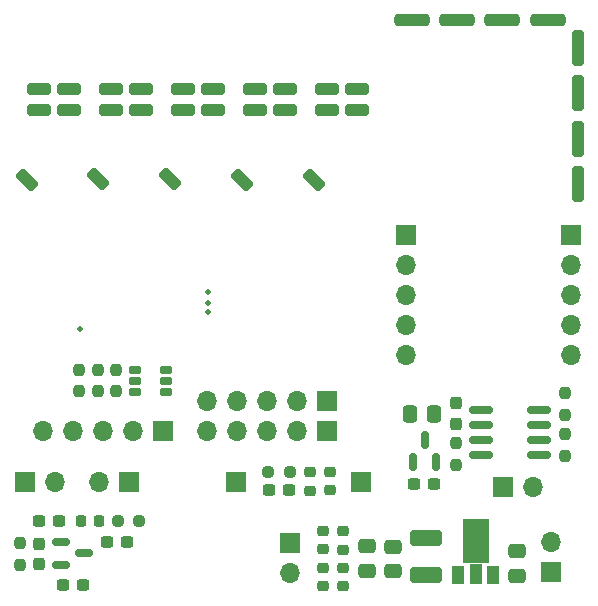
<source format=gbr>
%TF.GenerationSoftware,KiCad,Pcbnew,8.0.3*%
%TF.CreationDate,2024-07-16T20:49:30+03:00*%
%TF.ProjectId,PCBcoil,50434263-6f69-46c2-9e6b-696361645f70,rev?*%
%TF.SameCoordinates,Original*%
%TF.FileFunction,Soldermask,Top*%
%TF.FilePolarity,Negative*%
%FSLAX46Y46*%
G04 Gerber Fmt 4.6, Leading zero omitted, Abs format (unit mm)*
G04 Created by KiCad (PCBNEW 8.0.3) date 2024-07-16 20:49:30*
%MOMM*%
%LPD*%
G01*
G04 APERTURE LIST*
G04 Aperture macros list*
%AMRoundRect*
0 Rectangle with rounded corners*
0 $1 Rounding radius*
0 $2 $3 $4 $5 $6 $7 $8 $9 X,Y pos of 4 corners*
0 Add a 4 corners polygon primitive as box body*
4,1,4,$2,$3,$4,$5,$6,$7,$8,$9,$2,$3,0*
0 Add four circle primitives for the rounded corners*
1,1,$1+$1,$2,$3*
1,1,$1+$1,$4,$5*
1,1,$1+$1,$6,$7*
1,1,$1+$1,$8,$9*
0 Add four rect primitives between the rounded corners*
20,1,$1+$1,$2,$3,$4,$5,0*
20,1,$1+$1,$4,$5,$6,$7,0*
20,1,$1+$1,$6,$7,$8,$9,0*
20,1,$1+$1,$8,$9,$2,$3,0*%
G04 Aperture macros list end*
%ADD10RoundRect,0.218750X-0.256250X0.218750X-0.256250X-0.218750X0.256250X-0.218750X0.256250X0.218750X0*%
%ADD11RoundRect,0.250000X0.750000X-0.250000X0.750000X0.250000X-0.750000X0.250000X-0.750000X-0.250000X0*%
%ADD12RoundRect,0.237500X0.300000X0.237500X-0.300000X0.237500X-0.300000X-0.237500X0.300000X-0.237500X0*%
%ADD13RoundRect,0.250000X1.100000X-0.412500X1.100000X0.412500X-1.100000X0.412500X-1.100000X-0.412500X0*%
%ADD14RoundRect,0.250000X0.250000X1.250000X-0.250000X1.250000X-0.250000X-1.250000X0.250000X-1.250000X0*%
%ADD15RoundRect,0.250000X-0.750000X0.250000X-0.750000X-0.250000X0.750000X-0.250000X0.750000X0.250000X0*%
%ADD16RoundRect,0.150000X0.150000X-0.587500X0.150000X0.587500X-0.150000X0.587500X-0.150000X-0.587500X0*%
%ADD17RoundRect,0.250000X1.250000X-0.250000X1.250000X0.250000X-1.250000X0.250000X-1.250000X-0.250000X0*%
%ADD18R,1.700000X1.700000*%
%ADD19O,1.700000X1.700000*%
%ADD20RoundRect,0.237500X0.237500X-0.250000X0.237500X0.250000X-0.237500X0.250000X-0.237500X-0.250000X0*%
%ADD21RoundRect,0.250000X0.475000X-0.337500X0.475000X0.337500X-0.475000X0.337500X-0.475000X-0.337500X0*%
%ADD22RoundRect,0.150000X-0.825000X-0.150000X0.825000X-0.150000X0.825000X0.150000X-0.825000X0.150000X0*%
%ADD23RoundRect,0.237500X-0.250000X-0.237500X0.250000X-0.237500X0.250000X0.237500X-0.250000X0.237500X0*%
%ADD24RoundRect,0.150000X-0.587500X-0.150000X0.587500X-0.150000X0.587500X0.150000X-0.587500X0.150000X0*%
%ADD25RoundRect,0.250000X-0.353553X0.707107X-0.707107X0.353553X0.353553X-0.707107X0.707107X-0.353553X0*%
%ADD26RoundRect,0.250000X-0.337500X-0.475000X0.337500X-0.475000X0.337500X0.475000X-0.337500X0.475000X0*%
%ADD27RoundRect,0.237500X0.250000X0.237500X-0.250000X0.237500X-0.250000X-0.237500X0.250000X-0.237500X0*%
%ADD28C,0.500000*%
%ADD29R,1.000000X1.500000*%
%ADD30R,2.200000X3.700000*%
%ADD31R,1.000000X1.800000*%
%ADD32RoundRect,0.237500X-0.300000X-0.237500X0.300000X-0.237500X0.300000X0.237500X-0.300000X0.237500X0*%
%ADD33RoundRect,0.218750X-0.218750X-0.256250X0.218750X-0.256250X0.218750X0.256250X-0.218750X0.256250X0*%
%ADD34RoundRect,0.150000X0.400000X0.150000X-0.400000X0.150000X-0.400000X-0.150000X0.400000X-0.150000X0*%
%ADD35RoundRect,0.218750X0.256250X-0.218750X0.256250X0.218750X-0.256250X0.218750X-0.256250X-0.218750X0*%
%ADD36RoundRect,0.237500X-0.237500X0.300000X-0.237500X-0.300000X0.237500X-0.300000X0.237500X0.300000X0*%
%ADD37RoundRect,0.237500X0.237500X-0.300000X0.237500X0.300000X-0.237500X0.300000X-0.237500X-0.300000X0*%
G04 APERTURE END LIST*
D10*
%TO.C,D10*%
X120077500Y-126375000D03*
X120077500Y-127950000D03*
%TD*%
D11*
%TO.C,REF\u002A\u002A*%
X96055000Y-87606875D03*
%TD*%
%TO.C,REF\u002A\u002A*%
X116867022Y-87606313D03*
%TD*%
%TO.C,REF\u002A\u002A*%
X98605000Y-87606875D03*
%TD*%
%TO.C,REF\u002A\u002A*%
X122948511Y-87606594D03*
%TD*%
D12*
%TO.C,C19*%
X103512500Y-124205000D03*
X101787500Y-124205000D03*
%TD*%
D13*
%TO.C,C21*%
X128767500Y-127007500D03*
X128767500Y-123882500D03*
%TD*%
D14*
%TO.C,REF\u002A\u002A*%
X141637276Y-86214006D03*
%TD*%
D15*
%TO.C,REF\u002A\u002A*%
X98605000Y-85847327D03*
%TD*%
D16*
%TO.C,Q1*%
X127725000Y-117416250D03*
X129625000Y-117416250D03*
X128675000Y-115541250D03*
%TD*%
D17*
%TO.C,REF\u002A\u002A*%
X135257276Y-80044006D03*
%TD*%
D18*
%TO.C,REF\u002A\u002A*%
X141075000Y-98247500D03*
D19*
X141075000Y-100787500D03*
X141075000Y-103327500D03*
X141075000Y-105867500D03*
X141075000Y-108407500D03*
%TD*%
D15*
%TO.C,REF\u002A\u002A*%
X108230000Y-85847327D03*
%TD*%
D20*
%TO.C,R14*%
X94402500Y-126155000D03*
X94402500Y-124330000D03*
%TD*%
D21*
%TO.C,C15*%
X123817500Y-126652500D03*
X123817500Y-124577500D03*
%TD*%
D22*
%TO.C,U3*%
X133445000Y-113028750D03*
X133445000Y-114298750D03*
X133445000Y-115568750D03*
X133445000Y-116838750D03*
X138395000Y-116838750D03*
X138395000Y-115568750D03*
X138395000Y-114298750D03*
X138395000Y-113028750D03*
%TD*%
D23*
%TO.C,R13*%
X102682500Y-122405000D03*
X104507500Y-122405000D03*
%TD*%
D15*
%TO.C,REF\u002A\u002A*%
X114305000Y-85847327D03*
%TD*%
D18*
%TO.C,REF\u002A\u002A*%
X139405000Y-126750000D03*
D19*
X139405000Y-124210000D03*
%TD*%
D15*
%TO.C,REF\u002A\u002A*%
X104686489Y-85847608D03*
%TD*%
%TO.C,REF\u002A\u002A*%
X116855000Y-85847327D03*
%TD*%
D11*
%TO.C,REF\u002A\u002A*%
X114317022Y-87606313D03*
%TD*%
D24*
%TO.C,Q3*%
X97925000Y-124215000D03*
X97925000Y-126115000D03*
X99800000Y-125165000D03*
%TD*%
D10*
%TO.C,D9*%
X121777500Y-126387500D03*
X121777500Y-127962500D03*
%TD*%
D25*
%TO.C,*%
X107108698Y-93506875D03*
%TD*%
D10*
%TO.C,D3*%
X118975000Y-118280000D03*
X118975000Y-119855000D03*
%TD*%
D14*
%TO.C,REF\u002A\u002A*%
X141637276Y-82394006D03*
%TD*%
D21*
%TO.C,C22*%
X136477500Y-127042500D03*
X136477500Y-124967500D03*
%TD*%
D26*
%TO.C,C12*%
X127427500Y-113388750D03*
X129502500Y-113388750D03*
%TD*%
D17*
%TO.C,REF\u002A\u002A*%
X127617276Y-80044006D03*
%TD*%
%TO.C,REF\u002A\u002A*%
X139077276Y-80044006D03*
%TD*%
D27*
%TO.C,R10*%
X117257500Y-118245000D03*
X115432500Y-118245000D03*
%TD*%
D25*
%TO.C,*%
X101033698Y-93506875D03*
%TD*%
D28*
%TO.C,*%
X110322500Y-102997500D03*
%TD*%
D18*
%TO.C,REF\u002A\u002A*%
X120382500Y-114787500D03*
D19*
X117842500Y-114787500D03*
X115302500Y-114787500D03*
X112762500Y-114787500D03*
X110222500Y-114787500D03*
%TD*%
D11*
%TO.C,REF\u002A\u002A*%
X108223511Y-87606594D03*
%TD*%
D15*
%TO.C,REF\u002A\u002A*%
X96055000Y-85847327D03*
%TD*%
D25*
%TO.C,*%
X119308698Y-93531875D03*
%TD*%
D29*
%TO.C,U4*%
X131497500Y-127022500D03*
D30*
X132997500Y-124122500D03*
D31*
X132997500Y-126872500D03*
D29*
X134497500Y-127022500D03*
%TD*%
D32*
%TO.C,C17*%
X98050000Y-127835000D03*
X99775000Y-127835000D03*
%TD*%
D28*
%TO.C,*%
X99535641Y-106185580D03*
%TD*%
D11*
%TO.C,REF\u002A\u002A*%
X104698511Y-87606594D03*
%TD*%
%TO.C,REF\u002A\u002A*%
X110773511Y-87606594D03*
%TD*%
D12*
%TO.C,C13*%
X129457500Y-119278750D03*
X127732500Y-119278750D03*
%TD*%
D10*
%TO.C,D6*%
X120077500Y-123237500D03*
X120077500Y-124812500D03*
%TD*%
D33*
%TO.C,D8*%
X99545000Y-122405000D03*
X101120000Y-122405000D03*
%TD*%
D20*
%TO.C,R9*%
X131335000Y-117658750D03*
X131335000Y-115833750D03*
%TD*%
D18*
%TO.C,REF\u002A\u002A*%
X117305000Y-124305000D03*
D19*
X117305000Y-126845000D03*
%TD*%
D20*
%TO.C,R12*%
X99422500Y-111450000D03*
X99422500Y-109625000D03*
%TD*%
D25*
%TO.C,*%
X113233698Y-93556875D03*
%TD*%
D28*
%TO.C,*%
X110292500Y-103987500D03*
%TD*%
D20*
%TO.C,R15*%
X100982500Y-111450000D03*
X100982500Y-109625000D03*
%TD*%
D18*
%TO.C,REF\u002A\u002A*%
X127075000Y-98247500D03*
D19*
X127075000Y-100787500D03*
X127075000Y-103327500D03*
X127075000Y-105867500D03*
X127075000Y-108407500D03*
%TD*%
D21*
%TO.C,C20*%
X126007500Y-126662500D03*
X126007500Y-124587500D03*
%TD*%
D18*
%TO.C,REF\u002A\u002A*%
X94870000Y-119145000D03*
D19*
X97410000Y-119145000D03*
%TD*%
D20*
%TO.C,R7*%
X140535000Y-116901250D03*
X140535000Y-115076250D03*
%TD*%
D14*
%TO.C,REF\u002A\u002A*%
X141637276Y-90064006D03*
%TD*%
%TO.C,REF\u002A\u002A*%
X141637276Y-93854006D03*
%TD*%
D18*
%TO.C,REF\u002A\u002A*%
X112735000Y-119105000D03*
%TD*%
D10*
%TO.C,D7*%
X121787500Y-123267500D03*
X121787500Y-124842500D03*
%TD*%
D18*
%TO.C,REF\u002A\u002A*%
X103640000Y-119145000D03*
D19*
X101100000Y-119145000D03*
%TD*%
D20*
%TO.C,R8*%
X140535000Y-113411250D03*
X140535000Y-111586250D03*
%TD*%
D15*
%TO.C,REF\u002A\u002A*%
X122948511Y-85847046D03*
%TD*%
D18*
%TO.C,REF\u002A\u002A*%
X135325000Y-119578750D03*
D19*
X137865000Y-119578750D03*
%TD*%
D32*
%TO.C,C18*%
X96010000Y-122405000D03*
X97735000Y-122405000D03*
%TD*%
D34*
%TO.C,U5*%
X106752500Y-111527500D03*
X106752500Y-110577500D03*
X106752500Y-109627500D03*
X104152500Y-109627500D03*
X104152500Y-110577500D03*
X104152500Y-111527500D03*
%TD*%
D17*
%TO.C,REF\u002A\u002A*%
X131407276Y-80044006D03*
%TD*%
D11*
%TO.C,REF\u002A\u002A*%
X102148511Y-87606594D03*
%TD*%
%TO.C,REF\u002A\u002A*%
X120398511Y-87606594D03*
%TD*%
D15*
%TO.C,REF\u002A\u002A*%
X120398511Y-85847046D03*
%TD*%
D25*
%TO.C,*%
X94983698Y-93556875D03*
%TD*%
D35*
%TO.C,D4*%
X120685000Y-119825000D03*
X120685000Y-118250000D03*
%TD*%
D36*
%TO.C,C16*%
X96012500Y-124382500D03*
X96012500Y-126107500D03*
%TD*%
D18*
%TO.C,REF\u002A\u002A*%
X120382500Y-112257500D03*
D19*
X117842500Y-112257500D03*
X115302500Y-112257500D03*
X112762500Y-112257500D03*
X110222500Y-112257500D03*
%TD*%
D37*
%TO.C,C11*%
X131315000Y-114178750D03*
X131315000Y-112453750D03*
%TD*%
D15*
%TO.C,REF\u002A\u002A*%
X102136489Y-85847608D03*
%TD*%
D28*
%TO.C,*%
X110312500Y-104727500D03*
%TD*%
D32*
%TO.C,C14*%
X115502500Y-119815000D03*
X117227500Y-119815000D03*
%TD*%
D18*
%TO.C,REF\u002A\u002A*%
X123315000Y-119095000D03*
%TD*%
D15*
%TO.C,REF\u002A\u002A*%
X110780000Y-85847327D03*
%TD*%
D18*
%TO.C,REF\u002A\u002A*%
X106522500Y-114777500D03*
D19*
X103982500Y-114777500D03*
X101442500Y-114777500D03*
X98902500Y-114777500D03*
X96362500Y-114777500D03*
%TD*%
D20*
%TO.C,R16*%
X102542500Y-111460000D03*
X102542500Y-109635000D03*
%TD*%
M02*

</source>
